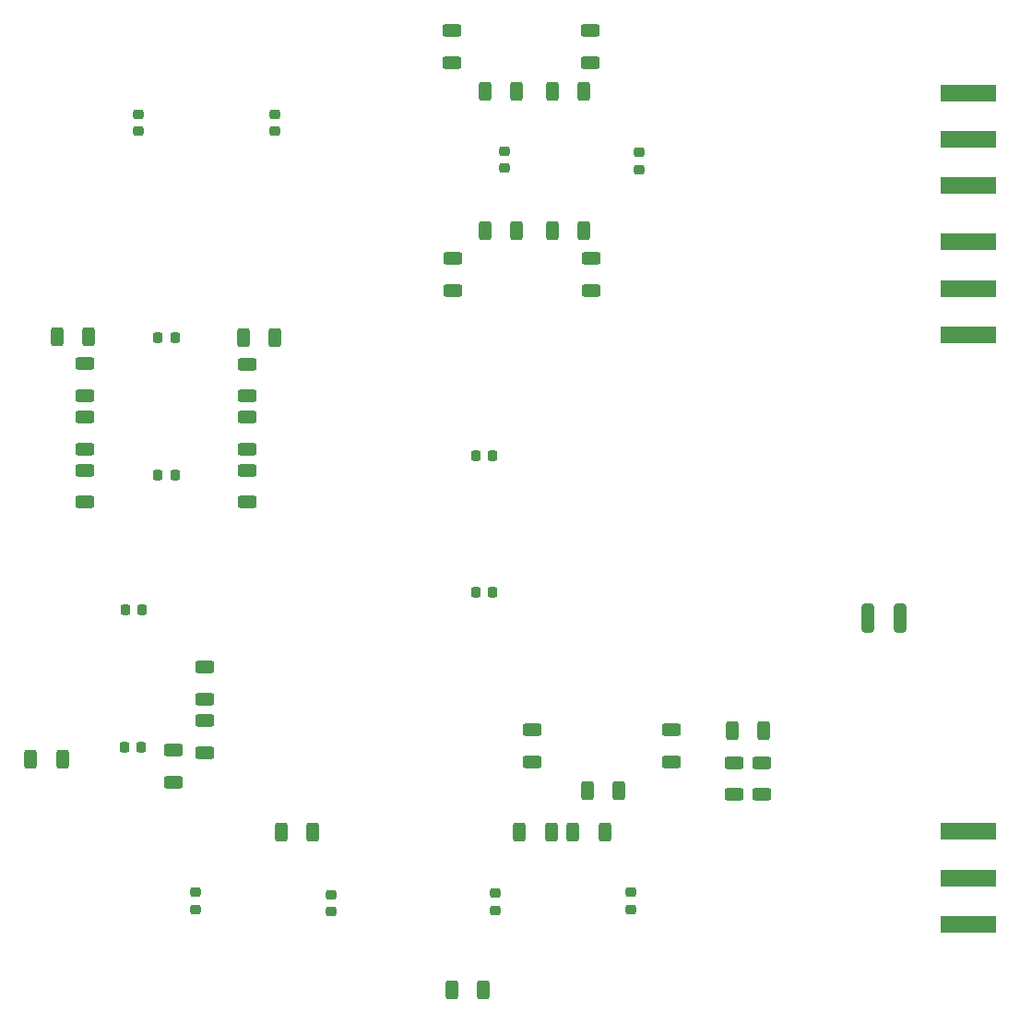
<source format=gtp>
G04 #@! TF.GenerationSoftware,KiCad,Pcbnew,9.0.3*
G04 #@! TF.CreationDate,2025-08-23T16:03:50-07:00*
G04 #@! TF.ProjectId,analog-lockbox-v2,616e616c-6f67-42d6-9c6f-636b626f782d,rev?*
G04 #@! TF.SameCoordinates,Original*
G04 #@! TF.FileFunction,Paste,Top*
G04 #@! TF.FilePolarity,Positive*
%FSLAX46Y46*%
G04 Gerber Fmt 4.6, Leading zero omitted, Abs format (unit mm)*
G04 Created by KiCad (PCBNEW 9.0.3) date 2025-08-23 16:03:50*
%MOMM*%
%LPD*%
G01*
G04 APERTURE LIST*
G04 Aperture macros list*
%AMRoundRect*
0 Rectangle with rounded corners*
0 $1 Rounding radius*
0 $2 $3 $4 $5 $6 $7 $8 $9 X,Y pos of 4 corners*
0 Add a 4 corners polygon primitive as box body*
4,1,4,$2,$3,$4,$5,$6,$7,$8,$9,$2,$3,0*
0 Add four circle primitives for the rounded corners*
1,1,$1+$1,$2,$3*
1,1,$1+$1,$4,$5*
1,1,$1+$1,$6,$7*
1,1,$1+$1,$8,$9*
0 Add four rect primitives between the rounded corners*
20,1,$1+$1,$2,$3,$4,$5,0*
20,1,$1+$1,$4,$5,$6,$7,0*
20,1,$1+$1,$6,$7,$8,$9,0*
20,1,$1+$1,$8,$9,$2,$3,0*%
G04 Aperture macros list end*
%ADD10RoundRect,0.250000X0.625000X-0.312500X0.625000X0.312500X-0.625000X0.312500X-0.625000X-0.312500X0*%
%ADD11RoundRect,0.225000X0.225000X0.250000X-0.225000X0.250000X-0.225000X-0.250000X0.225000X-0.250000X0*%
%ADD12RoundRect,0.250000X-0.312500X-0.625000X0.312500X-0.625000X0.312500X0.625000X-0.312500X0.625000X0*%
%ADD13RoundRect,0.225000X-0.225000X-0.250000X0.225000X-0.250000X0.225000X0.250000X-0.225000X0.250000X0*%
%ADD14RoundRect,0.250000X0.312500X0.625000X-0.312500X0.625000X-0.312500X-0.625000X0.312500X-0.625000X0*%
%ADD15RoundRect,0.225000X0.250000X-0.225000X0.250000X0.225000X-0.250000X0.225000X-0.250000X-0.225000X0*%
%ADD16RoundRect,0.250000X-0.625000X0.312500X-0.625000X-0.312500X0.625000X-0.312500X0.625000X0.312500X0*%
%ADD17R,5.080000X1.500000*%
%ADD18RoundRect,0.225000X-0.250000X0.225000X-0.250000X-0.225000X0.250000X-0.225000X0.250000X0.225000X0*%
%ADD19RoundRect,0.250000X-0.312500X-1.075000X0.312500X-1.075000X0.312500X1.075000X-0.312500X1.075000X0*%
G04 APERTURE END LIST*
D10*
X86100000Y-92625000D03*
X86100000Y-89700000D03*
D11*
X123575000Y-88400000D03*
X122025000Y-88400000D03*
D12*
X81122500Y-116230000D03*
X84047500Y-116230000D03*
D10*
X94285000Y-118292500D03*
X94285000Y-115367500D03*
D13*
X121994888Y-100900000D03*
X123544888Y-100900000D03*
D12*
X122837500Y-67700000D03*
X125762500Y-67700000D03*
D14*
X148462500Y-113600000D03*
X145537500Y-113600000D03*
X135162500Y-119100000D03*
X132237500Y-119100000D03*
D15*
X136210000Y-129980000D03*
X136210000Y-128430000D03*
D12*
X129037500Y-67700000D03*
X131962500Y-67700000D03*
D16*
X148300000Y-116537500D03*
X148300000Y-119462500D03*
D11*
X94375000Y-77500000D03*
X92825000Y-77500000D03*
D17*
X167237500Y-59300000D03*
X167237500Y-55050000D03*
X167237500Y-63550000D03*
X167237500Y-73000000D03*
X167237500Y-68750000D03*
X167237500Y-77250000D03*
D10*
X101000000Y-82862500D03*
X101000000Y-79937500D03*
D18*
X96300000Y-128425000D03*
X96300000Y-129975000D03*
D16*
X145700000Y-116537500D03*
X145700000Y-119462500D03*
D18*
X123810000Y-128525000D03*
X123810000Y-130075000D03*
D16*
X140000000Y-113537500D03*
X140000000Y-116462500D03*
D19*
X158037500Y-103300000D03*
X160962500Y-103300000D03*
D17*
X167237500Y-127100000D03*
X167237500Y-122850000D03*
X167237500Y-131350000D03*
D14*
X128962500Y-122900000D03*
X126037500Y-122900000D03*
D12*
X129037500Y-54895000D03*
X131962500Y-54895000D03*
D10*
X127200000Y-116462500D03*
X127200000Y-113537500D03*
D14*
X107062500Y-122900000D03*
X104137500Y-122900000D03*
D15*
X103520000Y-58562500D03*
X103520000Y-57012500D03*
D10*
X119840000Y-52257500D03*
X119840000Y-49332500D03*
X97085000Y-115592500D03*
X97085000Y-112667500D03*
D14*
X86462500Y-77462500D03*
X83537500Y-77462500D03*
D15*
X108700000Y-130175000D03*
X108700000Y-128625000D03*
D14*
X133862500Y-122900000D03*
X130937500Y-122900000D03*
D13*
X89735000Y-115130000D03*
X91285000Y-115130000D03*
D10*
X86100000Y-82825000D03*
X86100000Y-79900000D03*
D16*
X132600000Y-70275000D03*
X132600000Y-73200000D03*
D18*
X91020000Y-57012500D03*
X91020000Y-58562500D03*
X124610000Y-60415000D03*
X124610000Y-61965000D03*
D10*
X97085000Y-110692500D03*
X97085000Y-107767500D03*
D12*
X100675000Y-77500000D03*
X103600000Y-77500000D03*
D13*
X92825000Y-90100000D03*
X94375000Y-90100000D03*
D10*
X101000000Y-87762500D03*
X101000000Y-84837500D03*
X119900000Y-73200000D03*
X119900000Y-70275000D03*
D12*
X122837500Y-54895000D03*
X125762500Y-54895000D03*
D10*
X86100000Y-87725000D03*
X86100000Y-84800000D03*
D15*
X137010000Y-62090000D03*
X137010000Y-60540000D03*
D14*
X122712500Y-137400000D03*
X119787500Y-137400000D03*
D11*
X91360000Y-102530000D03*
X89810000Y-102530000D03*
D16*
X132540000Y-49332500D03*
X132540000Y-52257500D03*
D10*
X101000000Y-92625000D03*
X101000000Y-89700000D03*
M02*

</source>
